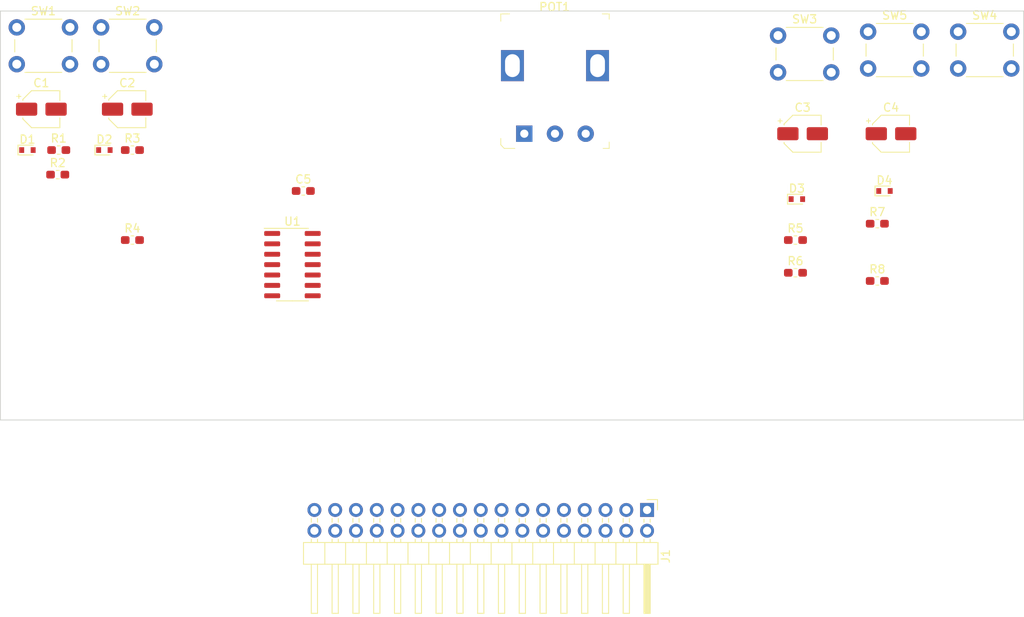
<source format=kicad_pcb>
(kicad_pcb (version 20211014) (generator pcbnew)
  (layers (0 "F.Cu" signal) (31 "B.Cu" signal) (34 "B.Paste" user) (35 "F.Paste" user) (36 "B.SilkS" user "B.Silkscreen") (37 "F.SilkS" user "F.Silkscreen") (38 "B.Mask" user) (39 "F.Mask" user) (44 "Edge.Cuts" user))
  (net 0 "")
  (net 1 "Net-(C1-Pad1)")
  (net 2 "GND")
  (net 3 "Net-(C2-Pad1)")
  (net 4 "Net-(C3-Pad1)")
  (net 5 "Net-(D1-Pad2)")
  (net 6 "Net-(D2-Pad2)")
  (net 7 "Net-(D3-Pad2)")
  (net 8 "Net-(POT1-Pad1)")
  (net 9 "Net-(POT1-Pad4)")
  (net 10 "+5V")
  (net 11 "Net-(U1-Pad10)")
  (net 12 "Net-(U1-Pad11)")
  (net 13 "Net-(U1-Pad12)")
  (net 14 "Net-(U1-Pad13)")
  (net 15 "Net-(C4-Pad1)")
  (net 16 "Net-(D4-Pad2)")
  (net 17 "/MAN")
  (net 18 "Net-(J1-Pad2)")
  (net 19 "/SEL")
  (net 20 "Net-(J1-Pad4)")
  (net 21 "/SPD1")
  (net 22 "Net-(J1-Pad6)")
  (net 23 "/SPD2")
  (net 24 "Net-(J1-Pad8)")
  (net 25 "/POW1")
  (net 26 "Net-(J1-Pad10)")
  (net 27 "/POW2")
  (net 28 "Net-(J1-Pad12)")
  (net 29 "Net-(J1-Pad13)")
  (net 30 "Net-(J1-Pad14)")
  (net 31 "Net-(J1-Pad15)")
  (net 32 "Net-(J1-Pad16)")
  (net 33 "Net-(J1-Pad17)")
  (net 34 "Net-(J1-Pad18)")
  (net 35 "Net-(J1-Pad19)")
  (net 36 "Net-(J1-Pad20)")
  (net 37 "Net-(J1-Pad21)")
  (net 38 "Net-(J1-Pad22)")
  (net 39 "/RST")
  (net 40 "Net-(J1-Pad24)")
  (net 41 "/DBG")
  (net 42 "Net-(J1-Pad26)")
  (net 43 "/HLT")
  (net 44 "Net-(J1-Pad28)")
  (net 45 "/~{CLK}")
  (net 46 "Net-(J1-Pad30)")
  (net 47 "/CLK")
  (net 48 "Net-(J1-Pad32)")
  (footprint "Capacitor_SMD:CP_Elec_4x5.4" (layer "F.Cu") (at 120.5 31)
    (fp_text reference "C2" (at 0 -3.2) (layer "F.SilkS"))
    (fp_text value "1uF")
    (fp_line (start -1.195563 -2.26) (end 2.26 -2.26) (layer "F.SilkS") (width 0.12))
    (fp_line (start -3 -1.56) (end -2.5 -1.56) (layer "F.SilkS") (width 0.12))
    (fp_line (start -2.26 1.195563) (end -2.26 1.06) (layer "F.SilkS") (width 0.12))
    (fp_line (start -1.195563 2.26) (end 2.26 2.26) (layer "F.SilkS") (width 0.12))
    (fp_line (start 2.26 -2.26) (end 2.26 -1.06) (layer "F.SilkS") (width 0.12))
    (fp_line (start -2.26 -1.195563) (end -2.26 -1.06) (layer "F.SilkS") (width 0.12))
    (fp_line (start 2.26 2.26) (end 2.26 1.06) (layer "F.SilkS") (width 0.12))
    (fp_line (start -2.26 -1.195563) (end -1.195563 -2.26) (layer "F.SilkS") (width 0.12))
    (fp_line (start -2.75 -1.81) (end -2.75 -1.31) (layer "F.SilkS") (width 0.12))
    (fp_line (start -2.26 1.195563) (end -1.195563 2.26) (layer "F.SilkS") (width 0.12))
    (pad "1" smd roundrect locked (at -1.8 0) (size 2.6 1.6) (layers "F.Cu" "F.Paste" "F.Mask") (roundrect_rratio 0.15625) (net 3 "Net-(C2-Pad1)"))
    (pad "2" smd roundrect locked (at 1.8 0) (size 2.6 1.6) (layers "F.Cu" "F.Paste" "F.Mask") (roundrect_rratio 0.15625) (net 2 "GND"))
  )
  (footprint "Capacitor_SMD:CP_Elec_4x5.4" (layer "F.Cu") (at 203 34)
    (fp_text reference "C3" (at 0 -3.2) (layer "F.SilkS"))
    (fp_text value "1uF")
    (fp_line (start -2.75 -1.81) (end -2.75 -1.31) (layer "F.SilkS") (width 0.12))
    (fp_line (start -2.26 1.195563) (end -2.26 1.06) (layer "F.SilkS") (width 0.12))
    (fp_line (start -2.26 -1.195563) (end -1.195563 -2.26) (layer "F.SilkS") (width 0.12))
    (fp_line (start -2.26 -1.195563) (end -2.26 -1.06) (layer "F.SilkS") (width 0.12))
    (fp_line (start -3 -1.56) (end -2.5 -1.56) (layer "F.SilkS") (width 0.12))
    (fp_line (start 2.26 2.26) (end 2.26 1.06) (layer "F.SilkS") (width 0.12))
    (fp_line (start 2.26 -2.26) (end 2.26 -1.06) (layer "F.SilkS") (width 0.12))
    (fp_line (start -2.26 1.195563) (end -1.195563 2.26) (layer "F.SilkS") (width 0.12))
    (fp_line (start -1.195563 -2.26) (end 2.26 -2.26) (layer "F.SilkS") (width 0.12))
    (fp_line (start -1.195563 2.26) (end 2.26 2.26) (layer "F.SilkS") (width 0.12))
    (pad "1" smd roundrect locked (at -1.8 0) (size 2.6 1.6) (layers "F.Cu" "F.Paste" "F.Mask") (roundrect_rratio 0.15625) (net 4 "Net-(C3-Pad1)"))
    (pad "2" smd roundrect locked (at 1.8 0) (size 2.6 1.6) (layers "F.Cu" "F.Paste" "F.Mask") (roundrect_rratio 0.15625) (net 2 "GND"))
  )
  (footprint "Capacitor_SMD:CP_Elec_4x5.4" (layer "F.Cu") (at 213.8 34)
    (fp_text reference "C4" (at 0 -3.2) (layer "F.SilkS"))
    (fp_text value "1uF")
    (fp_line (start 2.26 -2.26) (end 2.26 -1.06) (layer "F.SilkS") (width 0.12))
    (fp_line (start -2.26 -1.195563) (end -2.26 -1.06) (layer "F.SilkS") (width 0.12))
    (fp_line (start -2.26 -1.195563) (end -1.195563 -2.26) (layer "F.SilkS") (width 0.12))
    (fp_line (start -1.195563 -2.26) (end 2.26 -2.26) (layer "F.SilkS") (width 0.12))
    (fp_line (start 2.26 2.26) (end 2.26 1.06) (layer "F.SilkS") (width 0.12))
    (fp_line (start -2.75 -1.81) (end -2.75 -1.31) (layer "F.SilkS") (width 0.12))
    (fp_line (start -1.195563 2.26) (end 2.26 2.26) (layer "F.SilkS") (width 0.12))
    (fp_line (start -2.26 1.195563) (end -2.26 1.06) (layer "F.SilkS") (width 0.12))
    (fp_line (start -2.26 1.195563) (end -1.195563 2.26) (layer "F.SilkS") (width 0.12))
    (fp_line (start -3 -1.56) (end -2.5 -1.56) (layer "F.SilkS") (width 0.12))
    (pad "1" smd roundrect locked (at -1.8 0) (size 2.6 1.6) (layers "F.Cu" "F.Paste" "F.Mask") (roundrect_rratio 0.15625) (net 15 "Net-(C4-Pad1)"))
    (pad "2" smd roundrect locked (at 1.8 0) (size 2.6 1.6) (layers "F.Cu" "F.Paste" "F.Mask") (roundrect_rratio 0.15625) (net 2 "GND"))
  )
  (footprint "Capacitor_SMD:C_0603_1608Metric_Pad1.05x0.95mm_HandSolder" (layer "F.Cu") (at 142 41)
    (fp_text reference "C5" (at 0 -1.43) (layer "F.SilkS"))
    (fp_text value "0.1uF")
    (fp_line (start -0.171267 0.51) (end 0.171267 0.51) (layer "F.SilkS") (width 0.12))
    (fp_line (start -0.171267 -0.51) (end 0.171267 -0.51) (layer "F.SilkS") (width 0.12))
    (pad "1" smd roundrect locked (at -0.875 0) (size 1.05 0.95) (layers "F.Cu" "F.Paste" "F.Mask") (net 2 "GND"))
    (pad "2" smd roundrect locked (at 0.875 0) (size 1.05 0.95) (layers "F.Cu" "F.Paste" "F.Mask") (net 10 "+5V"))
  )
  (footprint "Diode_SMD:D_SOD-523" (layer "F.Cu") (at 117.7 36)
    (fp_text reference "D2" (at 0 -1.3) (layer "F.SilkS"))
    (fp_text value "1N4148")
    (fp_line (start 0.7 0.6) (end -1.15 0.6) (layer "F.SilkS") (width 0.12))
    (fp_line (start -1.15 -0.6) (end -1.15 0.6) (layer "F.SilkS") (width 0.12))
    (fp_line (start 0.7 -0.6) (end -1.15 -0.6) (layer "F.SilkS") (width 0.12))
    (pad "1" smd rect locked (at -0.7 0 180) (size 0.6 0.7) (layers "F.Cu" "F.Paste" "F.Mask") (net 3 "Net-(C2-Pad1)"))
    (pad "2" smd rect locked (at 0.7 0 180) (size 0.6 0.7) (layers "F.Cu" "F.Paste" "F.Mask") (net 6 "Net-(D2-Pad2)"))
  )
  (footprint "Diode_SMD:D_SOD-523" (layer "F.Cu") (at 202.3 42)
    (fp_text reference "D3" (at 0 -1.3) (layer "F.SilkS"))
    (fp_text value "1N4148")
    (fp_line (start 0.7 -0.6) (end -1.15 -0.6) (layer "F.SilkS") (width 0.12))
    (fp_line (start 0.7 0.6) (end -1.15 0.6) (layer "F.SilkS") (width 0.12))
    (fp_line (start -1.15 -0.6) (end -1.15 0.6) (layer "F.SilkS") (width 0.12))
    (pad "1" smd rect locked (at -0.7 0 180) (size 0.6 0.7) (layers "F.Cu" "F.Paste" "F.Mask") (net 4 "Net-(C3-Pad1)"))
    (pad "2" smd rect locked (at 0.7 0 180) (size 0.6 0.7) (layers "F.Cu" "F.Paste" "F.Mask") (net 7 "Net-(D3-Pad2)"))
  )
  (footprint "Diode_SMD:D_SOD-523" (layer "F.Cu") (at 213 41)
    (fp_text reference "D4" (at 0 -1.3) (layer "F.SilkS"))
    (fp_text value "1N4148")
    (fp_line (start 0.7 -0.6) (end -1.15 -0.6) (layer "F.SilkS") (width 0.12))
    (fp_line (start 0.7 0.6) (end -1.15 0.6) (layer "F.SilkS") (width 0.12))
    (fp_line (start -1.15 -0.6) (end -1.15 0.6) (layer "F.SilkS") (width 0.12))
    (pad "1" smd rect locked (at -0.7 0 180) (size 0.6 0.7) (layers "F.Cu" "F.Paste" "F.Mask") (net 15 "Net-(C4-Pad1)"))
    (pad "2" smd rect locked (at 0.7 0 180) (size 0.6 0.7) (layers "F.Cu" "F.Paste" "F.Mask") (net 16 "Net-(D4-Pad2)"))
  )
  (footprint "Connector_PinHeader_2.54mm:PinHeader_2x17_P2.54mm_Horizontal" (layer "F.Cu") (at 184 80 -90)
    (fp_text reference "J1" (at 5.655 -2.27 90) (layer "F.SilkS"))
    (fp_text value "Interconnect")
    (fp_line (start 6.64 -0.38) (end 12.64 -0.38) (layer "F.SilkS") (width 0.12))
    (fp_line (start 3.98 36.83) (end 6.64 36.83) (layer "F.SilkS") (width 0.12))
    (fp_line (start 3.98 29.21) (end 6.64 29.21) (layer "F.SilkS") (width 0.12))
    (fp_line (start 1.042929 35.94) (end 1.497071 35.94) (layer "F.SilkS") (width 0.12))
    (fp_line (start 3.98 21.59) (end 6.64 21.59) (layer "F.SilkS") (width 0.12))
    (fp_line (start 6.64 12.32) (end 12.64 12.32) (layer "F.SilkS") (width 0.12))
    (fp_line (start 3.582929 35.18) (end 3.98 35.18) (layer "F.SilkS") (width 0.12))
    (fp_line (start 3.98 1.27) (end 6.64 1.27) (layer "F.SilkS") (width 0.12))
    (fp_line (start 12.64 25.02) (end 12.64 25.78) (layer "F.SilkS") (width 0.12))
    (fp_line (start 1.042929 12.32) (end 1.497071 12.32) (layer "F.SilkS") (width 0.12))
    (fp_line (start 1.042929 20.7) (end 1.497071 20.7) (layer "F.SilkS") (width 0.12))
    (fp_line (start 1.042929 7.24) (end 1.497071 7.24) (layer "F.SilkS") (width 0.12))
    (fp_line (start 12.64 4.7) (end 12.64 5.46) (layer "F.SilkS") (width 0.12))
    (fp_line (start 12.64 15.62) (end 6.64 15.62) (layer "F.SilkS") (width 0.12))
    (fp_line (start 3.582929 13.08) (end 3.98 13.08) (layer "F.SilkS") (width 0.12))
    (fp_line (start 6.64 7.24) (end 12.64 7.24) (layer "F.SilkS") (width 0.12))
    (fp_line (start 3.582929 41.02) (end 3.98 41.02) (layer "F.SilkS") (width 0.12))
    (fp_line (start 3.98 34.29) (end 6.64 34.29) (layer "F.SilkS") (width 0.12))
    (fp_line (start 3.582929 28.32) (end 3.98 28.32) (layer "F.SilkS") (width 0.12))
    (fp_line (start 6.64 4.7) (end 12.64 4.7) (layer "F.SilkS") (width 0.12))
    (fp_line (start 3.98 6.35) (end 6.64 6.35) (layer "F.SilkS") (width 0.12))
    (fp_line (start 3.582929 14.86) (end 3.98 14.86) (layer "F.SilkS") (width 0.12))
    (fp_line (start 12.64 9.78) (end 12.64 10.54) (layer "F.SilkS") (width 0.12))
    (fp_line (start 3.582929 27.56) (end 3.98 27.56) (layer "F.SilkS") (width 0.12))
    (fp_line (start 6.64 37.72) (end 12.64 37.72) (layer "F.SilkS") (width 0.12))
    (fp_line (start 12.64 17.4) (end 12.64 18.16) (layer "F.SilkS") (width 0.12))
    (fp_line (start 3.582929 0.38) (end 3.98 0.38) (layer "F.SilkS") (width 0.12))
    (fp_line (start 1.042929 22.48) (end 1.497071 22.48) (layer "F.SilkS") (width 0.12))
    (fp_line (start 3.582929 33.4) (end 3.98 33.4) (layer "F.SilkS") (width 0.12))
    (fp_line (start 12.64 0.38) (end 6.64 0.38) (layer "F.SilkS") (width 0.12))
    (fp_line (start 12.64 7.24) (end 12.64 8) (layer "F.SilkS") (width 0.12))
    (fp_line (start 12.64 22.48) (end 12.64 23.24) (layer "F.SilkS") (width 0.12))
    (fp_line (start 12.64 19.94) (end 12.64 20.7) (layer "F.SilkS") (width 0.12))
    (fp_line (start 3.582929 19.94) (end 3.98 19.94) (layer "F.SilkS") (width 0.12))
    (fp_line (start 6.64 41.97) (end 6.64 -1.33) (layer "F.SilkS") (width 0.12))
    (fp_line (start 12.64 30.1) (end 12.64 30.86) (layer "F.SilkS") (width 0.12))
    (fp_line (start 1.042929 27.56) (end 1.497071 27.56) (layer "F.SilkS") (width 0.12))
    (fp_line (start 3.582929 12.32) (end 3.98 12.32) (layer "F.SilkS") (width 0.12))
    (fp_line (start 12.64 35.94) (end 6.64 35.94) (layer "F.SilkS") (width 0.12))
    (fp_line (start 6.64 40.26) (end 12.64 40.26) (layer "F.SilkS") (width 0.12))
    (fp_line (start 12.64 41.02) (end 6.64 41.02) (layer "F.SilkS") (width 0.12))
    (fp_line (start 3.98 8.89) (end 6.64 8.89) (layer "F.SilkS") (width 0.12))
    (fp_line (start 3.582929 15.62) (end 3.98 15.62) (layer "F.SilkS") (width 0.12))
    (fp_line (start 12.64 38.48) (end 6.64 38.48) (layer "F.SilkS") (width 0.12))
    (fp_line (start 3.98 39.37) (end 6.64 39.37) (layer "F.SilkS") (width 0.12))
    (fp_line (start 12.64 28.32) (end 6.64 28.32) (layer "F.SilkS") (width 0.12))
    (fp_line (start 3.98 3.81) (end 6.64 3.81) (layer "F.SilkS") (width 0.12))
    (fp_line (start 6.64 0.04) (end 12.64 0.04) (layer "F.SilkS") (width 0.12))
    (fp_line (start 3.582929 37.72) (end 3.98 37.72) (layer "F.SilkS") (width 0.12))
    (fp_line (start 3.582929 30.86) (end 3.98 30.86) (layer "F.SilkS") (width 0.12))
    (fp_line (start 1.042929 30.86) (end 1.497071 30.86) (layer "F.SilkS") (width 0.12))
    (fp_line (start 1.042929 8) (end 1.497071 8) (layer "F.SilkS") (width 0.12))
    (fp_line (start 3.582929 -0.38) (end 3.98 -0.38) (layer "F.SilkS") (width 0.12))
    (fp_line (start 3.582929 2.16) (end 3.98 2.16) (layer "F.SilkS") (width 0.12))
    (fp_line (start 1.042929 25.02) (end 1.497071 25.02) (layer "F.SilkS") (width 0.12))
    (fp_line (start 1.042929 25.78) (end 1.497071 25.78) (layer "F.SilkS") (width 0.12))
    (fp_line (start 3.98 24.13) (end 6.64 24.13) (layer "F.SilkS") (width 0.12))
    (fp_line (start 12.64 10.54) (end 6.64 10.54) (layer "F.SilkS") (width 0.12))
    (fp_line (start 6.64 30.1) (end 12.64 30.1) (layer "F.SilkS") (width 0.12))
    (fp_line (start 6.64 -0.2) (end 12.64 -0.2) (layer "F.SilkS") (width 0.12))
    (fp_line (start 12.64 25.78) (end 6.64 25.78) (layer "F.SilkS") (width 0.12))
    (fp_line (start 1.042929 33.4) (end 1.497071 33.4) (layer "F.SilkS") (width 0.12))
    (fp_line (start 3.98 16.51) (end 6.64 16.51) (layer "F.SilkS") (width 0.12))
    (fp_line (start 6.64 35.18) (end 12.64 35.18) (layer "F.SilkS") (width 0.12))
    (fp_line (start 3.582929 10.54) (end 3.98 10.54) (layer "F.SilkS") (width 0.12))
    (fp_line (start 6.64 -0.08) (end 12.64 -0.08) (layer "F.SilkS") (width 0.12))
    (fp_line (start 1.042929 4.7) (end 1.497071 4.7) (layer "F.SilkS") (width 0.12))
    (fp_line (start 3.98 13.97) (end 6.64 13.97) (layer "F.SilkS") (width 0.12))
    (fp_line (start 3.582929 20.7) (end 3.98 20.7) (layer "F.SilkS") (width 0.12))
    (fp_line (start 3.98 41.97) (end 6.64 41.97) (layer "F.SilkS") (width 0.12))
    (fp_line (start 1.042929 18.16) (end 1.497071 18.16) (layer "F.SilkS") (width 0.12))
    (fp_line (start 3.582929 18.16) (end 3.98 18.16) (layer "F.SilkS") (width 0.12))
    (fp_line (start 12.64 8) (end 6.64 8) (layer "F.SilkS") (width 0.12))
    (fp_line (start 12.64 27.56) (end 12.64 28.32) (layer "F.SilkS") (width 0.12))
    (fp_line (start 12.64 35.18) (end 12.64 35.94) (layer "F.SilkS") (width 0.12))
    (fp_line (start 6.64 27.56) (end 12.64 27.56) (layer "F.SilkS") (width 0.12))
    (fp_line (start 1.042929 38.48) (end 1.497071 38.48) (layer "F.SilkS") (width 0.12))
    (fp_line (start 6.64 -1.33) (end 3.98 -1.33) (layer "F.SilkS") (width 0.12))
    (fp_line (start 12.64 2.16) (end 12.64 2.92) (layer "F.SilkS") (width 0.12))
    (fp_line (start -1.27 -1.27) (end 0 -1.27) (layer "F.SilkS") (width 0.12))
    (fp_line (start 1.042929 40.26) (end 1.497071 40.26) (layer "F.SilkS") (width 0.12))
    (fp_line (start 12.64 5.46) (end 6.64 5.46) (layer "F.SilkS") (width 0.12))
    (fp_line (start 3.582929 25.02) (end 3.98 25.02) (layer "F.SilkS") (width 0.12))
    (fp_line (start 3.582929 32.64) (end 3.98 32.64) (layer "F.SilkS") (width 0.12))
    (fp_line (start 6.64 17.4) (end 12.64 17.4) (layer "F.SilkS") (width 0.12))
    (fp_line (start 1.11 -0.38) (end 1.497071 -0.38) (layer "F.SilkS") (width 0.12))
    (fp_line (start 1.042929 2.92) (end 1.497071 2.92) (layer "F.SilkS") (width 0.12))
    (fp_line (start 1.11 0.38) (end 1.497071 0.38) (layer "F.SilkS") (width 0.12))
    (fp_line (start 3.98 19.05) (end 6.64 19.05) (layer "F.SilkS") (width 0.12))
    (fp_line (start 1.042929 37.72) (end 1.497071 37.72) (layer "F.SilkS") (width 0.12))
    (fp_line (start 3.582929 23.24) (end 3.98 23.24) (layer "F.SilkS") (width 0.12))
    (fp_line (start 12.64 32.64) (end 12.64 33.4) (layer "F.SilkS") (width 0.12))
    (fp_line (start 1.042929 41.02) (end 1.497071 41.02) (layer "F.SilkS") (width 0.12))
    (fp_line (start 12.64 40.26) (end 12.64 41.02) (layer "F.SilkS") (width 0.12))
    (fp_line (start 3.582929 9.78) (end 3.98 9.78) (layer "F.SilkS") (width 0.12))
    (fp_line (start 1.042929 14.86) (end 1.497071 14.86) (layer "F.SilkS") (width 0.12))
    (fp_line (start 12.64 37.72) (end 12.64 38.48) (layer "F.SilkS") (width 0.12))
    (fp_line (start 12.64 2.92) (end 6.64 2.92) (layer "F.SilkS") (width 0.12))
    (fp_line (start 6.64 32.64) (end 12.64 32.64) (layer "F.SilkS") (width 0.12))
    (fp_line (start 6.64 0.28) (end 12.64 0.28) (layer "F.SilkS") (width 0.12))
    (fp_line (start 3.98 11.43) (end 6.64 11.43) (layer "F.SilkS") (width 0.12))
    (fp_line (start 12.64 13.08) (end 6.64 13.08) (layer "F.SilkS") (width 0.12))
    (fp_line (start 12.64 20.7) (end 6.64 20.7) (layer "F.SilkS") (width 0.12))
    (fp_line (start 1.042929 35.18) (end 1.497071 35.18) (layer "F.SilkS") (width 0.12))
    (fp_line (start 12.64 12.32) (end 12.64 13.08) (layer "F.SilkS") (width 0.12))
    (fp_line (start 12.64 30.86) (end 6.64 30.86) (layer "F.SilkS") (width 0.12))
    (fp_line (start 3.98 -1.33) (end 3.98 41.97) (layer "F.SilkS") (width 0.12))
    (fp_line (start 12.64 23.24) (end 6.64 23.24) (layer "F.SilkS") (width 0.12))
    (fp_line (start 1.042929 9.78) (end 1.497071 9.78) (layer "F.SilkS") (width 0.12))
    (fp_line (start 3.582929 22.48) (end 3.98 22.48) (layer "F.SilkS") (width 0.12))
    (fp_line (start 3.582929 35.94) (end 3.98 35.94) (layer "F.SilkS") (width 0.12))
    (fp_line (start -1.27 0) (end -1.27 -1.27) (layer "F.SilkS") (width 0.12))
    (fp_line (start 1.042929 15.62) (end 1.497071 15.62) (layer "F.SilkS") (width 0.12))
    (fp_line (start 3.582929 40.26) (end 3.98 40.26) (layer "F.SilkS") (width 0.12))
    (fp_line (start 12.64 -0.38) (end 12.64 0.38) (layer "F.SilkS") (width 0.12))
    (fp_line (start 3.582929 17.4) (end 3.98 17.4) (layer "F.SilkS") (width 0.12))
    (fp_line (start 12.64 14.86) (end 12.64 15.62) (layer "F.SilkS") (width 0.12))
    (fp_line (start 3.98 26.67) (end 6.64 26.67) (layer "F.SilkS") (width 0.12))
    (fp_line (start 3.98 31.75) (end 6.64 31.75) (layer "F.SilkS") (width 0.12))
    (fp_line (start 6.64 22.48) (end 12.64 22.48) (layer "F.SilkS") (width 0.12))
    (fp_line (start 6.64 2.16) (end 12.64 2.16) (layer "F.SilkS") (width 0.12))
    (fp_line (start 1.042929 13.08) (end 1.497071 13.08) (layer "F.SilkS") (width 0.12))
    (fp_line (start 1.042929 17.4) (end 1.497071 17.4) (layer "F.SilkS") (width 0.12))
    (fp_line (start 1.042929 19.94) (end 1.497071 19.94) (layer "F.SilkS") (width 0.12))
    (fp_line (start 3.582929 2.92) (end 3.98 2.92) (layer "F.SilkS") (width 0.12))
    (fp_line (start 3.582929 4.7) (end 3.98 4.7) (layer "F.SilkS") (width 0.12))
    (fp_line (start 3.582929 5.46) (end 3.98 5.46) (layer "F.SilkS") (width 0.12))
    (fp_line (start 6.64 9.78) (end 12.64 9.78) (layer "F.SilkS") (width 0.12))
    (fp_line (start 6.64 0.16) (end 12.64 0.16) (layer "F.SilkS") (width 0.12))
    (fp_line (start 1.042929 30.1) (end 1.497071 30.1) (layer "F.SilkS") (width 0.12))
    (fp_line (start 1.042929 5.46) (end 1.497071 5.46) (layer "F.SilkS") (width 0.12))
    (fp_line (start 3.582929 38.48) (end 3.98 38.48) (layer "F.SilkS") (width 0.12))
    (fp_line (start 6.64 14.86) (end 12.64 14.86) (layer "F.SilkS") (width 0.12))
    (fp_line (start 12.64 33.4) (end 6.64 33.4) (layer "F.SilkS") (width 0.12))
    (fp_line (start 6.64 -0.32) (end 12.64 -0.32) (layer "F.SilkS") (width 0.12))
    (fp_line (start 3.582929 25.78) (end 3.98 25.78) (layer "F.SilkS") (width 0.12))
    (fp_line (start 3.582929 7.24) (end 3.98 7.24) (layer "F.SilkS") (width 0.12))
    (fp_line (start 6.64 25.02) (end 12.64 25.02) (layer "F.SilkS") (width 0.12))
    (fp_line (start 3.582929 8) (end 3.98 8) (layer "F.SilkS") (width 0.12))
    (fp_line (start 1.042929 10.54) (end 1.497071 10.54) (layer "F.SilkS") (width 0.12))
    (fp_line (start 1.042929 23.24) (end 1.497071 23.24) (layer "F.SilkS") (width 0.12))
    (fp_line (start 6.64 19.94) (end 12.64 19.94) (layer "F.SilkS") (width 0.12))
    (fp_line (start 1.042929 2.16) (end 1.497071 2.16) (layer "F.SilkS") (width 0.12))
    (fp_line (start 3.582929 30.1) (end 3.98 30.1) (layer "F.SilkS") (width 0.12))
    (fp_line (start 1.042929 28.32) (end 1.497071 28.32) (layer "F.SilkS") (width 0.12))
    (fp_line (start 1.042929 32.64) (end 1.497071 32.64) (layer "F.SilkS") (width 0.12))
    (fp_line (start 12.64 18.16) (end 6.64 18.16) (layer "F.SilkS") (width 0.12))
    (pad "1" thru_hole rect locked (at 0 0 270) (size 1.7 1.7) (drill 1) (layers *.Cu *.Mask) (net 17 "/MAN"))
    (pad "2" thru_hole oval locked (at 2.54 0 270) (size 1.7 1.7) (drill 1) (layers *.Cu *.Mask) (net 18 "Net-(J1-Pad2)"))
    (pad "3" thru_hole oval locked (at 0 2.54 270) (size 1.7 1.7) (drill 1) (layers *.Cu *.Mask) (net 19 "/SEL"))
    (pad "4" thru_hole oval locked (at 2.54 2.54 270) (size 1.7 1.7) (drill 1) (layers *.Cu *.Mask) (net 20 "Net-(J1-Pad4)"))
    (pad "5" thru_hole oval locked (at 0 5.08 270) (size 1.7 1.7) (drill 1) (layers *.Cu *.Mask) (net 21 "/SPD1"))
    (pad "6" thru_hole oval locked (at 2.54 5.08 270) (size 1.7 1.7) (drill 1) (layers *.Cu *.Mask) (net 22 "Net-(J1-Pad6)"))
    (pad "7" thru_hole oval locked (at 0 7.62 270) (size 1.7 1.7) (drill 1) (layers *.Cu *.Mask) (net 23 "/SPD2"))
    (pad "8" thru_hole oval locked (at 2.54 7.62 270) (size 1.7 1.7) (drill 1) (layers *.Cu *.Mask) (net 24 "Net-(J1-Pad8)"))
    (pad "9" thru_hole oval locked (at 0 10.16 270) (size 1.7 1.7) (drill 1) (layers *.Cu *.Mask) (net 25 "/POW1"))
    (pad "10" thru_hole oval locked (at 2.54 10.16 270) (size 1.7 1.7) (drill 1) (layers *.Cu *.Mask) (net 26 "Net-(J1-Pad10)"))
    (pad "11" thru_hole oval locked (at 0 12.7 270) (size 1.7 1.7) (drill 1) (layers *.Cu *.Mask) (net 27 "/POW2"))
    (pad "12" thru_hole oval locked (at 2.54 12.7 270) (size 1.7 1.7) (drill 1) (layers *.Cu *.Mask) (net 28 "Net-(J1-Pad12)"))
    (pad "13" thru_hole oval locked (at 0 15.24 270) (size 1.7 1.7) (drill 1) (layers *.Cu *.Mask) (net 29 "Net-(J1-Pad13)"))
    (pad "14" thru_hole oval locked (at 2.54 15.24 270) (size 1.7 1.7) (drill 1) (layers *.Cu *.Mask) (net 30 "Net-(J1-Pad14)"))
    (pad "15" thru_hole oval locked (at 0 17.78 270) (size 1.7 1.7) (drill 1) (layers *.Cu *.Mask) (net 31 "Net-(J1-Pad15)"))
    (pad "16" thru_hole oval locked (at 2.54 17.78 270) (size 1.7 1.7) (drill 1) (layers *.Cu *.Mask) (net 32 "Net-(J1-Pad16)"))
    (pad "17" thru_hole oval locked (at 0 20.32 270) (size 1.7 1.7) (drill 1) (layers *.Cu *.Mask) (net 33 "Net-(J1-Pad17)"))
    (pad "18" thru_hole oval locked (at 2.54 20.32 270) (size 1.7 1.7) (drill 1) (layers *.Cu *.Mask) (net 34 "Net-(J1-Pad18)"))
    (pad "19" thru_hole oval locked (at 0 22.86 270) (size 1.7 1.7) (drill 1) (layers *.Cu *.Mask) (net 35 "Net-(J1-Pad19)"))
    (pad "20" thru_hole oval locked (at 2.54 22.86 270) (size 1.7 1.7) (drill 1) (layers *.Cu *.Mask) (net 36 "Net-(J1-Pad20)"))
    (pad "21" thru_hole oval locked (at 0 25.4 270) (size 1.7 1.7) (drill 1) (layers *.Cu *.Mask) (net 37 "Net-(J1-Pad21)"))
    (pad "22" thru_hole oval locked (at 2.54 25.4 270) (size 1.7 1.7) (drill 1) (layers *.Cu *.Mask) (net 38 "Net-(J1-Pad22)"))
    (pad "23" thru_hole oval locked (at 0 27.94 270) (size 1.7 1.7) (drill 1) (layers *.Cu *.Mask) (net 39 "/RST"))
    (pad "24" thru_hole oval locked (at 2.54 27.94 270) (size 1.7 1.7) (drill 1) (layers *.Cu *.Mask) (net 40 "Net-(J1-Pad24)"))
    (pad "25" thru_hole oval locked (at 0 30.48 270) (size 1.7 1.7) (drill 1) (layers *.Cu *.Mask) (net 41 "/DBG"))
    (pad "26" thru_hole oval locked (at 2.54 30.48 270) (size 1.7 1.7) (drill 1) (layers *.Cu *.Mask) (net 42 "Net-(J1-Pad26)"))
    (pad "27" thru_hole oval locked (at 0 33.02 270) (size 1.7 1.7) (drill 1) (layers *.Cu *.Mask) (net 43 "/HLT"))
    (pad "28" thru_hole oval locked (at 2.54 33.02 270) (size 1.7 1.7) (drill 1) (layers *.Cu *.Mask) (net 44 "Net-(J1-Pad28)"))
    (pad "29" thru_hole oval locked (at 0 35.56 270) (size 1.7 1.7) (drill 1) (layers *.Cu *.Mask) (net 45 "/~{CLK}"))
    (pad "30" thru_hole oval locked (at 2.54 35.56 270) (size 1.7 1.7) (drill 1) (layers *.Cu *.Mask) (net 46 "Net-(J1-Pad30)"))
    (pad "31" thru_hole oval locked (at 0 38.1 270) (size 1.7 1.7) (drill 1) (layers *.Cu *.Mask) (net 47 "/CLK"))
    (pad "32" thru_hole oval locked (at 2.54 38.1 270) (size 1.7 1.7) (drill 1) (layers *.Cu *.Mask) (net 48 "Net-(J1-Pad32)"))
    (pad "33" thru_hole oval locked (at 0 40.64 270) (size 1.7 1.7) (drill 1) (layers *.Cu *.Mask) (net 2 "GND"))
    (pad "34" thru_hole oval locked (at 2.54 40.64 270) (size 1.7 1.7) (drill 1) (layers *.Cu *.Mask) (net 10 "+5V"))
  )
  (footprint "digikey-footprints:Potentiometer_P120PK-Y25BR10K" (layer "F.Cu") (at 169 34)
    (fp_text reference "POT1" (at 3.7 -15.5) (layer "F.SilkS"))
    (fp_text value "P120PK-Y25BR10K")
    (fp_line (start 9.525 -14.65) (end 10.375 -14.65) (layer "F.SilkS") (width 0.1))
    (fp_line (start 10.375 1.025) (end 10.375 1.8) (layer "F.SilkS") (width 0.1))
    (fp_line (start -2.45 1.8) (end -1.15 1.8) (layer "F.SilkS") (width 0.1))
    (fp_line (start -2.875 0.575) (end -2.875 1.35) (layer "F.SilkS") (width 0.1))
    (fp_line (start 10.375 1.8) (end 9.625 1.8) (layer "F.SilkS") (width 0.1))
    (fp_line (start -1.8 -14.65) (end -2.875 -14.65) (layer "F.SilkS") (width 0.1))
    (fp_line (start 10.375 -14.65) (end 10.375 -14) (layer "F.SilkS") (width 0.1))
    (fp_line (start -2.875 -14.65) (end -2.875 -13.75) (layer "F.SilkS") (width 0.1))
    (fp_line (start -2.875 1.35) (end -2.45 1.8) (layer "F.SilkS") (width 0.1))
    (pad "1" thru_hole rect locked (at 0 0) (size 2 2) (drill 1) (layers *.Cu *.Mask) (net 8 "Net-(POT1-Pad1)"))
    (pad "2" thru_hole circle locked (at 3.75 0) (size 2 2) (drill 1) (layers *.Cu *.Mask) (net 21 "/SPD1"))
    (pad "3" thru_hole circle locked (at 7.5 0) (size 2 2) (drill 1) (layers *.Cu *.Mask) (net 23 "/SPD2"))
    (pad "4" thru_hole rect locked (at -1.45 -8.325) (size 2.8 3.8) (drill oval 1.8 2.8) (layers *.Cu *.Mask) (net 9 "Net-(POT1-Pad4)"))
    (pad "4" thru_hole rect locked (at 8.95 -8.325) (size 2.8 3.8) (drill oval 1.8 2.8) (layers *.Cu *.Mask) (net 9 "Net-(POT1-Pad4)"))
  )
  (footprint "Resistor_SMD:R_0603_1608Metric_Pad1.05x0.95mm_HandSolder" (layer "F.Cu") (at 121.125 36)
    (fp_text reference "R3" (at 0 -1.43) (layer "F.SilkS"))
    (fp_text value "82K")
    (fp_line (start -0.171267 -0.51) (end 0.171267 -0.51) (layer "F.SilkS") (width 0.12))
    (fp_line (start -0.171267 0.51) (end 0.171267 0.51) (layer "F.SilkS") (width 0.12))
    (pad "1" smd roundrect locked (at -0.875 0) (size 1.05 0.95) (layers "F.Cu" "F.Paste" "F.Mask") (net 10 "+5V"))
    (pad "2" smd roundrect locked (at 0.875 0) (size 1.05 0.95) (layers "F.Cu" "F.Paste" "F.Mask") (net 6 "Net-(D2-Pad2)"))
  )
  (footprint "Resistor_SMD:R_0603_1608Metric_Pad1.05x0.95mm_HandSolder" (layer "F.Cu") (at 121.125 47)
    (fp_text reference "R4" (at 0 -1.43) (layer "F.SilkS"))
    (fp_text value "20K")
    (fp_line (start -0.171267 0.51) (end 0.171267 0.51) (layer "F.SilkS") (width 0.12))
    (fp_line (start -0.171267 -0.51) (end 0.171267 -0.51) (layer "F.SilkS") (width 0.12))
    (pad "1" smd roundrect locked (at -0.875 0) (size 1.05 0.95) (layers "F.Cu" "F.Paste" "F.Mask") (net 3 "Net-(C2-Pad1)"))
    (pad "2" smd roundrect locked (at 0.875 0) (size 1.05 0.95) (layers "F.Cu" "F.Paste" "F.Mask") (net 6 "Net-(D2-Pad2)"))
  )
  (footprint "Resistor_SMD:R_0603_1608Metric_Pad1.05x0.95mm_HandSolder" (layer "F.Cu") (at 202.125 47)
    (fp_text reference "R5" (at 0 -1.43) (layer "F.SilkS"))
    (fp_text value "82K")
    (fp_line (start -0.171267 -0.51) (end 0.171267 -0.51) (layer "F.SilkS") (width 0.12))
    (fp_line (start -0.171267 0.51) (end 0.171267 0.51) (layer "F.SilkS") (width 0.12))
    (pad "1" smd roundrect locked (at -0.875 0) (size 1.05 0.95) (layers "F.Cu" "F.Paste" "F.Mask") (net 10 "+5V"))
    (pad "2" smd roundrect locked (at 0.875 0) (size 1.05 0.95) (layers "F.Cu" "F.Paste" "F.Mask") (net 7 "Net-(D3-Pad2)"))
  )
  (footprint "Resistor_SMD:R_0603_1608Metric_Pad1.05x0.95mm_HandSolder" (layer "F.Cu") (at 202.125 51)
    (fp_text reference "R6" (at 0 -1.43) (layer "F.SilkS"))
    (fp_text value "20K")
    (fp_line (start -0.171267 0.51) (end 0.171267 0.51) (layer "F.SilkS") (width 0.12))
    (fp_line (start -0.171267 -0.51) (end 0.171267 -0.51) (layer "F.SilkS") (width 0.12))
    (pad "1" smd roundrect locked (at -0.875 0) (size 1.05 0.95) (layers "F.Cu" "F.Paste" "F.Mask") (net 4 "Net-(C3-Pad1)"))
    (pad "2" smd roundrect locked (at 0.875 0) (size 1.05 0.95) (layers "F.Cu" "F.Paste" "F.Mask") (net 7 "Net-(D3-Pad2)"))
  )
  (footprint "Resistor_SMD:R_0603_1608Metric_Pad1.05x0.95mm_HandSolder" (layer "F.Cu") (at 212.125 45)
    (fp_text reference "R7" (at 0 -1.43) (layer "F.SilkS"))
    (fp_text value "82K")
    (fp_line (start -0.171267 0.51) (end 0.171267 0.51) (layer "F.SilkS") (width 0.12))
    (fp_line (start -0.171267 -0.51) (end 0.171267 -0.51) (layer "F.SilkS") (width 0.12))
    (pad "1" smd roundrect locked (at -0.875 0) (size 1.05 0.95) (layers "F.Cu" "F.Paste" "F.Mask") (net 10 "+5V"))
    (pad "2" smd roundrect locked (at 0.875 0) (size 1.05 0.95) (layers "F.Cu" "F.Paste" "F.Mask") (net 16 "Net-(D4-Pad2)"))
  )
  (footprint "Resistor_SMD:R_0603_1608Metric_Pad1.05x0.95mm_HandSolder" (layer "F.Cu") (at 212.125 52)
    (fp_text reference "R8" (at 0 -1.43) (layer "F.SilkS"))
    (fp_text value "20K")
    (fp_line (start -0.171267 -0.51) (end 0.171267 -0.51) (layer "F.SilkS") (width 0.12))
    (fp_line (start -0.171267 0.51) (end 0.171267 0.51) (layer "F.SilkS") (width 0.12))
    (pad "1" smd roundrect locked (at -0.875 0) (size 1.05 0.95) (layers "F.Cu" "F.Paste" "F.Mask") (net 15 "Net-(C4-Pad1)"))
    (pad "2" smd roundrect locked (at 0.875 0) (size 1.05 0.95) (layers "F.Cu" "F.Paste" "F.Mask") (net 16 "Net-(D4-Pad2)"))
  )
  (footprint "Button_Switch_THT:SW_PUSH_6mm_H5mm" (layer "F.Cu") (at 107 21)
    (fp_text reference "SW1" (at 3.25 -2) (layer "F.SilkS"))
    (fp_text value "SW_SPST")
    (fp_line (start -0.25 1.5) (end -0.25 3) (layer "F.SilkS") (width 0.12))
    (fp_line (start 1 5.5) (end 5.5 5.5) (layer "F.SilkS") (width 0.12))
    (fp_line (start 6.75 3) (end 6.75 1.5) (layer "F.SilkS") (width 0.12))
    (fp_line (start 5.5 -1) (end 1 -1) (layer "F.SilkS") (width 0.12))
    (pad "1" thru_hole circle locked (at 0 0 90) (size 2 2) (drill 1.1) (layers *.Cu *.Mask) (net 2 "GND"))
    (pad "1" thru_hole circle locked (at 6.5 0 90) (size 2 2) (drill 1.1) (layers *.Cu *.Mask) (net 2 "GND"))
    (pad "2" thru_hole circle locked (at 0 4.5 90) (size 2 2) (drill 1.1) (layers *.Cu *.Mask) (net 5 "Net-(D1-Pad2)"))
    (pad "2" thru_hole circle locked (at 6.5 4.5 90) (size 2 2) (drill 1.1) (layers *.Cu *.Mask) (net 5 "Net-(D1-Pad2)"))
  )
  (footprint "Button_Switch_THT:SW_PUSH_6mm_H5mm" (layer "F.Cu") (at 222 21.525001)
    (fp_text reference "SW4" (at 3.25 -2) (layer "F.SilkS"))
    (fp_text value "SW_SPST")
    (fp_line (start 5.5 -1) (end 1 -1) (layer "F.SilkS") (width 0.12))
    (fp_line (start 6.75 3) (end 6.75 1.5) (layer "F.SilkS") (width 0.12))
    (fp_line (start 1 5.5) (end 5.5 5.5) (layer "F.SilkS") (width 0.12))
    (fp_line (start -0.25 1.5) (end -0.25 3) (layer "F.SilkS") (width 0.12))
    (pad "1" thru_hole circle locked (at 6.5 0 90) (size 2 2) (drill 1.1) (layers *.Cu *.Mask) (net 25 "/POW1"))
    (pad "1" thru_hole circle locked (at 0 0 90) (size 2 2) (drill 1.1) (layers *.Cu *.Mask) (net 25 "/POW1"))
    (pad "2" thru_hole circle locked (at 0 4.5 90) (size 2 2) (drill 1.1) (layers *.Cu *.Mask) (net 27 "/POW2"))
    (pad "2" thru_hole circle locked (at 6.5 4.5 90) (size 2 2) (drill 1.1) (layers *.Cu *.Mask) (net 27 "/POW2"))
  )
  (footprint "Package_SO:SOIC-14_3.9x8.7mm_P1.27mm" (layer "F.Cu") (at 140.675001 50.005001)
    (fp_text reference "U1" (at 0 -5.28) (layer "F.SilkS"))
    (fp_text value "74LS14")
    (fp_line (start 0 4.435) (end -1.95 4.435) (layer "F.SilkS") (width 0.12))
    (fp_line (start 0 -4.435) (end 1.95 -4.435) (layer "F.SilkS") (width 0.12))
    (fp_line (start 0 -4.435) (end -3.45 -4.435) (layer "F.SilkS") (width 0.12))
    (fp_line (start 0 4.435) (end 1.95 4.435) (layer "F.SilkS") (width 0.12))
    (pad "1" smd roundrect locked (at -2.475 -3.81) (size 1.95 0.6) (layers "F.Cu" "F.Paste" "F.Mask") (net 1 "Net-(C1-Pad1)"))
    (pad "2" smd roundrect locked (at -2.475 -2.54) (size 1.95 0.6) (layers "F.Cu" "F.Paste" "F.Mask") (net 17 "/MAN"))
    (pad "3" smd roundrect locked (at -2.475 -1.27) (size 1.95 0.6) (layers "F.Cu" "F.Paste" "F.Mask") (net 3 "Net-(C2-Pad1)"))
    (pad "4" smd roundrect locked (at -2.475 0) (size 1.95 0.6) (layers "F.Cu" "F.Paste" "F.Mask") (net 19 "/SEL"))
    (pad "5" smd roundrect locked (at -2.475 1.27) (size 1.95 0.6) (layers "F.Cu" "F.Paste" "F.Mask") (net 4 "Net-(C3-Pad1)"))
    (pad "6" smd roundrect locked (at -2.475 2.54) (size 1.95 0.6) (layers "F.Cu" "F.Paste" "F.Mask") (net 43 "/HLT"))
    (pad "7" smd roundrect locked (at -2.475 3.81) (size 1.95 0.6) (layers "F.Cu" "F.Paste" "F.Mask"))
    (pad "8" smd roundrect locked (at 2.475 3.81) (size 1.95 0.6) (layers "F.Cu" "F.Paste" "F.Mask") (net 39 "/RST"))
    (pad "9" smd roundrect locked (at 2.475 2.54) (size 1.95 0.6) (layers "F.Cu" "F.Paste" "F.Mask") (net 15 "Net-(C4-Pad1)"))
    (pad "10" smd roundrect locked (at 2.475 1.27) (size 1.95 0.6) (layers "F.Cu" "F.Paste" "F.Mask") (net 11 "Net-(U1-Pad10)"))
    (pad "11" smd roundrect locked (at 2.475 0) (size 1.95 0.6) (layers "F.Cu" "F.Paste" "F.Mask") (net 12 "Net-(U1-Pad11)"))
    (pad "12" smd roundrect locked (at 2.475 -1.27) (size 1.95 0.6) (layers "F.Cu" "F.Paste" "F.Mask") (net 13 "Net-(U1-Pad12)"))
    (pad "13" smd roundrect locked (at 2.475 -2.54) (size 1.95 0.6) (layers "F.Cu" "F.Paste" "F.Mask") (net 14 "Net-(U1-Pad13)"))
    (pad "14" smd roundrect locked (at 2.475 -3.81) (size 1.95 0.6) (layers "F.Cu" "F.Paste" "F.Mask"))
  )
  (footprint "Button_Switch_THT:SW_PUSH_6mm_H5mm" (layer "F.Cu") (at 211 21.525001)
    (fp_text reference "SW5" (at 3.25 -2) (layer "F.SilkS"))
    (fp_text value "SW_SPST")
    (fp_line (start 1 5.5) (end 5.5 5.5) (layer "F.SilkS") (width 0.12))
    (fp_line (start -0.25 1.5) (end -0.25 3) (layer "F.SilkS") (width 0.12))
    (fp_line (start 6.75 3) (end 6.75 1.5) (layer "F.SilkS") (width 0.12))
    (fp_line (start 5.5 -1) (end 1 -1) (layer "F.SilkS") (width 0.12))
    (pad "1" thru_hole circle locked (at 0 0 90) (size 2 2) (drill 1.1) (layers *.Cu *.Mask) (net 2 "GND"))
    (pad "1" thru_hole circle locked (at 6.5 0 90) (size 2 2) (drill 1.1) (layers *.Cu *.Mask) (net 2 "GND"))
    (pad "2" thru_hole circle locked (at 6.5 4.5 90) (size 2 2) (drill 1.1) (layers *.Cu *.Mask) (net 16 "Net-(D4-Pad2)"))
    (pad "2" thru_hole circle locked (at 0 4.5 90) (size 2 2) (drill 1.1) (layers *.Cu *.Mask) (net 16 "Net-(D4-Pad2)"))
  )
  (footprint "Button_Switch_THT:SW_PUSH_6mm_H5mm" (layer "F.Cu") (at 200 22)
    (fp_text reference "SW3" (at 3.25 -2) (layer "F.SilkS"))
    (fp_text value "SW_SPST")
    (fp_line (start -0.25 1.5) (end -0.25 3) (layer "F.SilkS") (width 0.12))
    (fp_line (start 6.75 3) (end 6.75 1.5) (layer "F.SilkS") (width 0.12))
    (fp_line (start 5.5 -1) (end 1 -1) (layer "F.SilkS") (width 0.12))
    (fp_line (start 1 5.5) (end 5.5 5.5) (layer "F.SilkS") (width 0.12))
    (pad "1" thru_hole circle locked (at 0 0 90) (size 2 2) (drill 1.1) (layers *.Cu *.Mask) (net 2 "GND"))
    (pad "1" thru_hole circle locked (at 6.5 0 90) (size 2 2) (drill 1.1) (layers *.Cu *.Mask) (net 2 "GND"))
    (pad "2" thru_hole circle locked (at 6.5 4.5 90) (size 2 2) (drill 1.1) (layers *.Cu *.Mask) (net 7 "Net-(D3-Pad2)"))
    (pad "2" thru_hole circle locked (at 0 4.5 90) (size 2 2) (drill 1.1) (layers *.Cu *.Mask) (net 7 "Net-(D3-Pad2)"))
  )
  (footprint "Resistor_SMD:R_0603_1608Metric_Pad1.05x0.95mm_HandSolder" (layer "F.Cu") (at 112.125 36)
    (fp_text reference "R1" (at 0 -1.43) (layer "F.SilkS"))
    (fp_text value "82K")
    (fp_line (start -0.171267 0.51) (end 0.171267 0.51) (layer "F.SilkS") (width 0.12))
    (fp_line (start -0.171267 -0.51) (end 0.171267 -0.51) (layer "F.SilkS") (width 0.12))
    (pad "1" smd roundrect locked (at -0.875 0) (size 1.05 0.95) (layers "F.Cu" "F.Paste" "F.Mask") (net 10 "+5V"))
    (pad "2" smd roundrect locked (at 0.875 0) (size 1.05 0.95) (layers "F.Cu" "F.Paste" "F.Mask") (net 5 "Net-(D1-Pad2)"))
  )
  (footprint "Capacitor_SMD:CP_Elec_4x5.4" (layer "F.Cu") (at 110 31)
    (fp_text reference "C1" (at 0 -3.2) (layer "F.SilkS"))
    (fp_text value "1uF")
    (fp_line (start -2.26 -1.195563) (end -2.26 -1.06) (layer "F.SilkS") (width 0.12))
    (fp_line (start -3 -1.56) (end -2.5 -1.56) (layer "F.SilkS") (width 0.12))
    (fp_line (start -2.26 1.195563) (end -1.195563 2.26) (layer "F.SilkS") (width 0.12))
    (fp_line (start -1.195563 2.26) (end 2.26 2.26) (layer "F.SilkS") (width 0.12))
    (fp_line (start -2.26 -1.195563) (end -1.195563 -2.26) (layer "F.SilkS") (width 0.12))
    (fp_line (start -2.26 1.195563) (end -2.26 1.06) (layer "F.SilkS") (width 0.12))
    (fp_line (start 2.26 2.26) (end 2.26 1.06) (layer "F.SilkS") (width 0.12))
    (fp_line (start -2.75 -1.81) (end -2.75 -1.31) (layer "F.SilkS") (width 0.12))
    (fp_line (start 2.26 -2.26) (end 2.26 -1.06) (layer "F.SilkS") (width 0.12))
    (fp_line (start -1.195563 -2.26) (end 2.26 -2.26) (layer "F.SilkS") (width 0.12))
    (pad "1" smd roundrect locked (at -1.8 0) (size 2.6 1.6) (layers "F.Cu" "F.Paste" "F.Mask") (roundrect_rratio 0.15625) (net 1 "Net-(C1-Pad1)"))
    (pad "2" smd roundrect locked (at 1.8 0) (size 2.6 1.6) (layers "F.Cu" "F.Paste" "F.Mask") (roundrect_rratio 0.15625) (net 2 "GND"))
  )
  (footprint "Resistor_SMD:R_0603_1608Metric_Pad1.05x0.95mm_HandSolder" (layer "F.Cu") (at 112 39)
    (fp_text reference "R2" (at 0 -1.43) (layer "F.SilkS"))
    (fp_text value "20K")
    (fp_line (start -0.171267 -0.51) (end 0.171267 -0.51) (layer "F.SilkS") (width 0.12))
    (fp_line (start -0.171267 0.51) (end 0.171267 0.51) (layer "F.SilkS") (width 0.12))
    (pad "1" smd roundrect locked (at -0.875 0) (size 1.05 0.95) (layers "F.Cu" "F.Paste" "F.Mask") (net 1 "Net-(C1-Pad1)"))
    (pad "2" smd roundrect locked (at 0.875 0) (size 1.05 0.95) (layers "F.Cu" "F.Paste" "F.Mask") (net 5 "Net-(D1-Pad2)"))
  )
  (footprint "Diode_SMD:D_SOD-523" (layer "F.Cu") (at 108.3 36)
    (fp_text reference "D1" (at 0 -1.3) (layer "F.SilkS"))
    (fp_text value "1N4148")
    (fp_line (start -1.15 -0.6) (end -1.15 0.6) (layer "F.SilkS") (width 0.12))
    (fp_line (start 0.7 0.6) (end -1.15 0.6) (layer "F.SilkS") (width 0.12))
    (fp_line (start 0.7 -0.6) (end -1.15 -0.6) (layer "F.SilkS") (width 0.12))
    (pad "1" smd rect locked (at -0.7 0 180) (size 0.6 0.7) (layers "F.Cu" "F.Paste" "F.Mask") (net 1 "Net-(C1-Pad1)"))
    (pad "2" smd rect locked (at 0.7 0 180) (size 0.6 0.7) (layers "F.Cu" "F.Paste" "F.Mask") (net 5 "Net-(D1-Pad2)"))
  )
  (footprint "Button_Switch_THT:SW_PUSH_6mm_H5mm" (layer "F.Cu") (at 117.3 21)
    (fp_text reference "SW2" (at 3.25 -2) (layer "F.SilkS"))
    (fp_text value "SW_SPST")
    (fp_line (start 1 5.5) (end 5.5 5.5) (layer "F.SilkS") (width 0.12))
    (fp_line (start 6.75 3) (end 6.75 1.5) (layer "F.SilkS") (width 0.12))
    (fp_line (start -0.25 1.5) (end -0.25 3) (layer "F.SilkS") (width 0.12))
    (fp_line (start 5.5 -1) (end 1 -1) (layer "F.SilkS") (width 0.12))
    (pad "1" thru_hole circle locked (at 0 0 90) (size 2 2) (drill 1.1) (layers *.Cu *.Mask) (net 2 "GND"))
    (pad "1" thru_hole circle locked (at 6.5 0 90) (size 2 2) (drill 1.1) (layers *.Cu *.Mask) (net 2 "GND"))
    (pad "2" thru_hole circle locked (at 0 4.5 90) (size 2 2) (drill 1.1) (layers *.Cu *.Mask) (net 6 "Net-(D2-Pad2)"))
    (pad "2" thru_hole circle locked (at 6.5 4.5 90) (size 2 2) (drill 1.1) (layers *.Cu *.Mask) (net 6 "Net-(D2-Pad2)"))
  )
  (gr_line (start 105 69) (end 105 19) (layer "Edge.Cuts") (width 0.1))
  (gr_line (start 230 69) (end 105 69) (layer "Edge.Cuts") (width 0.1))
  (gr_line (start 105 19) (end 230 19) (layer "Edge.Cuts") (width 0.1))
  (gr_line (start 230 19) (end 230 69) (layer "Edge.Cuts") (width 0.1))
)
</source>
